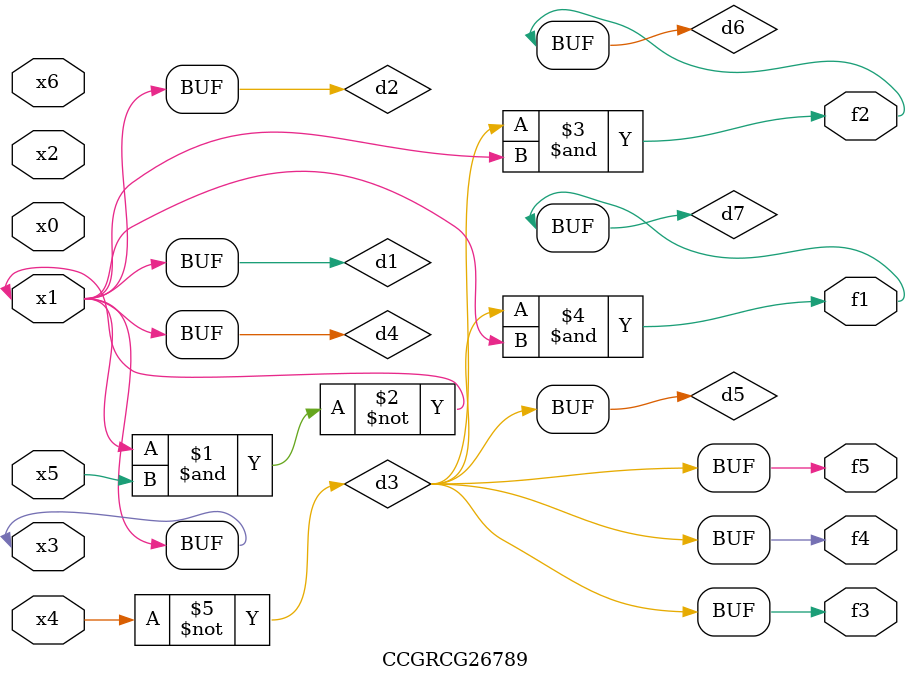
<source format=v>
module CCGRCG26789(
	input x0, x1, x2, x3, x4, x5, x6,
	output f1, f2, f3, f4, f5
);

	wire d1, d2, d3, d4, d5, d6, d7;

	buf (d1, x1, x3);
	nand (d2, x1, x5);
	not (d3, x4);
	buf (d4, d1, d2);
	buf (d5, d3);
	and (d6, d3, d4);
	and (d7, d3, d4);
	assign f1 = d7;
	assign f2 = d6;
	assign f3 = d5;
	assign f4 = d5;
	assign f5 = d5;
endmodule

</source>
